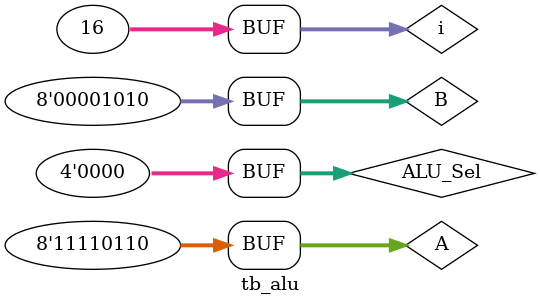
<source format=v>
`timescale 1ns / 1ps



module tb_alu;
//Inputs
 reg[7:0] A,B;
 reg[3:0] ALU_Sel;

//Outputs
 wire[7:0] ALU_Out;
 wire CarryOut;
 // Verilog code for ALU
 integer i;
 alu test_unit(
            A,B,  // ALU 8-bit Inputs                 
            ALU_Sel,// ALU Selection
            ALU_Out, // ALU 8-bit Output
            CarryOut // Carry Out Flag
     );
    initial begin
    // hold reset state for 100 ns.
      A = 8'h0A;
      B = 4'h02;
      ALU_Sel = 4'h0;
      
      for (i=0;i<=15;i=i+1)
      begin
       ALU_Sel = ALU_Sel + 8'h01;
       #10;
      end;
      
      A = 8'hF6;
      B = 8'h0A;
      
    end
endmodule

</source>
